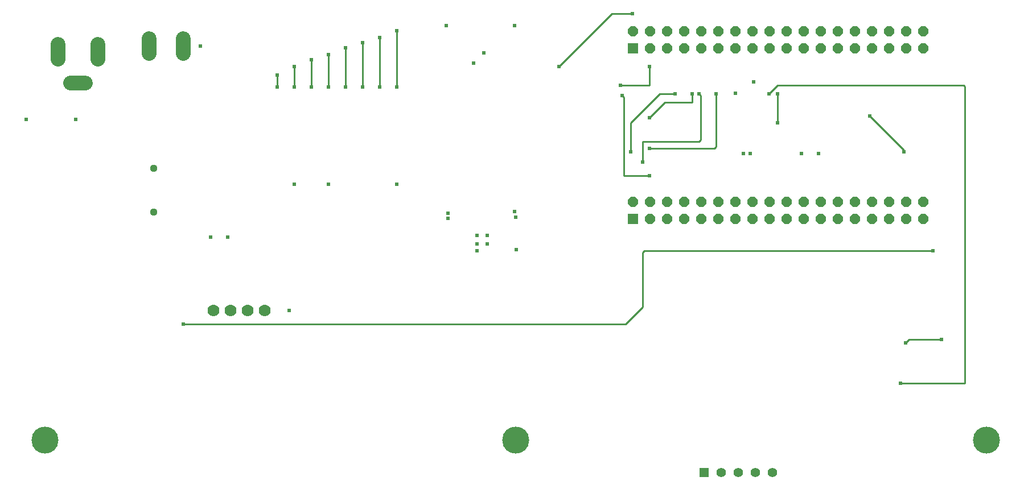
<source format=gbr>
G04 EAGLE Gerber RS-274X export*
G75*
%MOMM*%
%FSLAX34Y34*%
%LPD*%
%INBottom Copper*%
%IPPOS*%
%AMOC8*
5,1,8,0,0,1.08239X$1,22.5*%
G01*
%ADD10C,1.778000*%
%ADD11C,1.120000*%
%ADD12C,2.240000*%
%ADD13R,1.400000X1.400000*%
%ADD14C,1.400000*%
%ADD15C,4.016000*%
%ADD16C,2.184400*%
%ADD17R,1.524000X1.524000*%
%ADD18P,1.649562X8X22.500000*%
%ADD19C,0.609600*%
%ADD20C,0.254000*%


D10*
X349240Y292100D03*
X374640Y292100D03*
X400040Y292100D03*
X425440Y292100D03*
D11*
X260600Y504000D03*
X260600Y439000D03*
D12*
X177800Y666400D02*
X177800Y688800D01*
X117800Y688800D02*
X117800Y666400D01*
X136600Y630600D02*
X159000Y630600D01*
D13*
X1079500Y50800D03*
D14*
X1104900Y50800D03*
X1130300Y50800D03*
X1155700Y50800D03*
X1181100Y50800D03*
D15*
X1499000Y99000D03*
X99000Y99000D03*
X799000Y99000D03*
D16*
X254000Y674878D02*
X254000Y696722D01*
X304800Y696722D02*
X304800Y674878D01*
D17*
X973500Y429000D03*
D18*
X973500Y454400D03*
X998900Y429000D03*
X998900Y454400D03*
X1024300Y429000D03*
X1024300Y454400D03*
X1049700Y429000D03*
X1049700Y454400D03*
X1075100Y429000D03*
X1075100Y454400D03*
X1100500Y429000D03*
X1100500Y454400D03*
X1125900Y429000D03*
X1125900Y454400D03*
X1151300Y429000D03*
X1151300Y454400D03*
X1176700Y429000D03*
X1176700Y454400D03*
X1202100Y429000D03*
X1202100Y454400D03*
X1227500Y429000D03*
X1227500Y454400D03*
X1252900Y429000D03*
X1252900Y454400D03*
X1278300Y429000D03*
X1278300Y454400D03*
X1303700Y429000D03*
X1303700Y454400D03*
X1329100Y429000D03*
X1329100Y454400D03*
X1354500Y429000D03*
X1354500Y454400D03*
X1379900Y429000D03*
X1379900Y454400D03*
X1405300Y429000D03*
X1405300Y454400D03*
D17*
X973500Y683000D03*
D18*
X973500Y708400D03*
X998900Y683000D03*
X998900Y708400D03*
X1024300Y683000D03*
X1024300Y708400D03*
X1049700Y683000D03*
X1049700Y708400D03*
X1075100Y683000D03*
X1075100Y708400D03*
X1100500Y683000D03*
X1100500Y708400D03*
X1125900Y683000D03*
X1125900Y708400D03*
X1151300Y683000D03*
X1151300Y708400D03*
X1176700Y683000D03*
X1176700Y708400D03*
X1202100Y683000D03*
X1202100Y708400D03*
X1227500Y683000D03*
X1227500Y708400D03*
X1252900Y683000D03*
X1252900Y708400D03*
X1278300Y683000D03*
X1278300Y708400D03*
X1303700Y683000D03*
X1303700Y708400D03*
X1329100Y683000D03*
X1329100Y708400D03*
X1354500Y683000D03*
X1354500Y708400D03*
X1379900Y683000D03*
X1379900Y708400D03*
X1405300Y683000D03*
X1405300Y708400D03*
D19*
X1153160Y632460D03*
X1137920Y525780D03*
X1148080Y525780D03*
X1224280Y525780D03*
X798599Y430761D03*
X698500Y436880D03*
X698500Y429260D03*
X741680Y403860D03*
X741680Y391160D03*
X695960Y716280D03*
X469900Y480060D03*
X520700Y480060D03*
X622300Y480060D03*
X330200Y685800D03*
X71120Y576580D03*
X756920Y403860D03*
X756920Y391160D03*
X462280Y292100D03*
X1125900Y615360D03*
X1249680Y525780D03*
X741680Y381000D03*
X736600Y660400D03*
X345440Y401320D03*
X370840Y401320D03*
X797560Y439420D03*
X800100Y382524D03*
X797560Y716280D03*
X751840Y675640D03*
X1419860Y381000D03*
D20*
X990600Y381000D01*
X988060Y378460D01*
X988060Y297180D01*
X962660Y271780D01*
X304800Y271780D01*
D19*
X304800Y271780D03*
X144780Y576580D03*
X863600Y655320D03*
D20*
X942340Y734060D01*
X972820Y734060D01*
D19*
X972820Y734060D03*
X957580Y612140D03*
D20*
X960120Y609600D01*
X960120Y492760D01*
X998220Y492760D01*
D19*
X998220Y492760D03*
X1036320Y614680D03*
X970280Y528320D03*
D20*
X970280Y571500D01*
X1013460Y614680D01*
X1036320Y614680D01*
D19*
X1097280Y614680D03*
X998220Y533400D03*
D20*
X1094740Y533400D01*
X1097280Y535940D01*
X1097280Y614680D01*
D19*
X1071880Y614680D03*
X988060Y513080D03*
D20*
X988060Y543560D01*
X1071880Y543560D01*
X1074420Y546100D01*
X1074420Y612140D01*
X1071880Y614680D01*
D19*
X1432560Y248920D03*
D20*
X1384300Y248920D01*
X1379220Y243840D01*
D19*
X1379220Y243840D03*
X1061720Y614680D03*
X998220Y579120D03*
D20*
X1021080Y601980D01*
X1061720Y601980D01*
X1061720Y614680D01*
D19*
X1188720Y614680D03*
X1188720Y571500D03*
D20*
X1188720Y614680D01*
D19*
X1325880Y581660D03*
D20*
X1376680Y530860D01*
X1376680Y528320D01*
D19*
X1376680Y528320D03*
X955040Y627380D03*
D20*
X998220Y627380D01*
X998220Y655320D01*
D19*
X998220Y655320D03*
D20*
X1371600Y184150D02*
X1466850Y184150D01*
D19*
X1371600Y184150D03*
X1176020Y614680D03*
D20*
X1188720Y627380D01*
X1465580Y627380D01*
X1466850Y626110D01*
X1466850Y184150D01*
D19*
X444500Y624840D03*
X444500Y642620D03*
D20*
X444500Y624840D01*
D19*
X469900Y624840D03*
X469900Y655320D03*
D20*
X469900Y624840D01*
D19*
X495300Y624840D03*
X495300Y665480D03*
D20*
X495300Y624840D01*
D19*
X520700Y624840D03*
X520700Y673100D03*
D20*
X520700Y624840D01*
D19*
X546100Y624840D03*
X546100Y683260D03*
D20*
X546100Y624840D01*
D19*
X596900Y624840D03*
X596900Y698500D03*
D20*
X596900Y624840D01*
D19*
X622300Y624840D03*
X622300Y708660D03*
D20*
X622300Y624840D01*
D19*
X571500Y624840D03*
X571500Y690880D03*
D20*
X571500Y624840D01*
M02*

</source>
